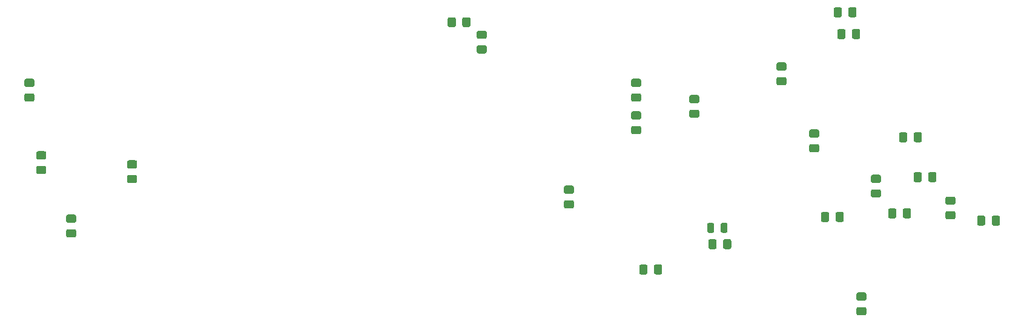
<source format=gbr>
%TF.GenerationSoftware,KiCad,Pcbnew,(5.1.6)-1*%
%TF.CreationDate,2021-01-03T21:45:46+05:30*%
%TF.ProjectId,supplyboard,73757070-6c79-4626-9f61-72642e6b6963,rev?*%
%TF.SameCoordinates,Original*%
%TF.FileFunction,Paste,Bot*%
%TF.FilePolarity,Positive*%
%FSLAX46Y46*%
G04 Gerber Fmt 4.6, Leading zero omitted, Abs format (unit mm)*
G04 Created by KiCad (PCBNEW (5.1.6)-1) date 2021-01-03 21:45:46*
%MOMM*%
%LPD*%
G01*
G04 APERTURE LIST*
G04 APERTURE END LIST*
%TO.C,R35*%
G36*
G01*
X157538000Y-84385999D02*
X157538000Y-85286001D01*
G75*
G02*
X157288001Y-85536000I-249999J0D01*
G01*
X156637999Y-85536000D01*
G75*
G02*
X156388000Y-85286001I0J249999D01*
G01*
X156388000Y-84385999D01*
G75*
G02*
X156637999Y-84136000I249999J0D01*
G01*
X157288001Y-84136000D01*
G75*
G02*
X157538000Y-84385999I0J-249999D01*
G01*
G37*
G36*
G01*
X159588000Y-84385999D02*
X159588000Y-85286001D01*
G75*
G02*
X159338001Y-85536000I-249999J0D01*
G01*
X158687999Y-85536000D01*
G75*
G02*
X158438000Y-85286001I0J249999D01*
G01*
X158438000Y-84385999D01*
G75*
G02*
X158687999Y-84136000I249999J0D01*
G01*
X159338001Y-84136000D01*
G75*
G02*
X159588000Y-84385999I0J-249999D01*
G01*
G37*
%TD*%
%TO.C,C9*%
G36*
G01*
X140413000Y-114750001D02*
X140413000Y-113849999D01*
G75*
G02*
X140662999Y-113600000I249999J0D01*
G01*
X141313001Y-113600000D01*
G75*
G02*
X141563000Y-113849999I0J-249999D01*
G01*
X141563000Y-114750001D01*
G75*
G02*
X141313001Y-115000000I-249999J0D01*
G01*
X140662999Y-115000000D01*
G75*
G02*
X140413000Y-114750001I0J249999D01*
G01*
G37*
G36*
G01*
X138363000Y-114750001D02*
X138363000Y-113849999D01*
G75*
G02*
X138612999Y-113600000I249999J0D01*
G01*
X139263001Y-113600000D01*
G75*
G02*
X139513000Y-113849999I0J-249999D01*
G01*
X139513000Y-114750001D01*
G75*
G02*
X139263001Y-115000000I-249999J0D01*
G01*
X138612999Y-115000000D01*
G75*
G02*
X138363000Y-114750001I0J249999D01*
G01*
G37*
%TD*%
%TO.C,R10*%
G36*
G01*
X129852000Y-117405999D02*
X129852000Y-118306001D01*
G75*
G02*
X129602001Y-118556000I-249999J0D01*
G01*
X128951999Y-118556000D01*
G75*
G02*
X128702000Y-118306001I0J249999D01*
G01*
X128702000Y-117405999D01*
G75*
G02*
X128951999Y-117156000I249999J0D01*
G01*
X129602001Y-117156000D01*
G75*
G02*
X129852000Y-117405999I0J-249999D01*
G01*
G37*
G36*
G01*
X131902000Y-117405999D02*
X131902000Y-118306001D01*
G75*
G02*
X131652001Y-118556000I-249999J0D01*
G01*
X131001999Y-118556000D01*
G75*
G02*
X130752000Y-118306001I0J249999D01*
G01*
X130752000Y-117405999D01*
G75*
G02*
X131001999Y-117156000I249999J0D01*
G01*
X131652001Y-117156000D01*
G75*
G02*
X131902000Y-117405999I0J-249999D01*
G01*
G37*
%TD*%
%TO.C,C7*%
G36*
G01*
X140071500Y-112470250D02*
X140071500Y-111557750D01*
G75*
G02*
X140315250Y-111314000I243750J0D01*
G01*
X140802750Y-111314000D01*
G75*
G02*
X141046500Y-111557750I0J-243750D01*
G01*
X141046500Y-112470250D01*
G75*
G02*
X140802750Y-112714000I-243750J0D01*
G01*
X140315250Y-112714000D01*
G75*
G02*
X140071500Y-112470250I0J243750D01*
G01*
G37*
G36*
G01*
X138196500Y-112470250D02*
X138196500Y-111557750D01*
G75*
G02*
X138440250Y-111314000I243750J0D01*
G01*
X138927750Y-111314000D01*
G75*
G02*
X139171500Y-111557750I0J-243750D01*
G01*
X139171500Y-112470250D01*
G75*
G02*
X138927750Y-112714000I-243750J0D01*
G01*
X138440250Y-112714000D01*
G75*
G02*
X138196500Y-112470250I0J243750D01*
G01*
G37*
%TD*%
%TO.C,R1*%
G36*
G01*
X128720001Y-92260000D02*
X127819999Y-92260000D01*
G75*
G02*
X127570000Y-92010001I0J249999D01*
G01*
X127570000Y-91359999D01*
G75*
G02*
X127819999Y-91110000I249999J0D01*
G01*
X128720001Y-91110000D01*
G75*
G02*
X128970000Y-91359999I0J-249999D01*
G01*
X128970000Y-92010001D01*
G75*
G02*
X128720001Y-92260000I-249999J0D01*
G01*
G37*
G36*
G01*
X128720001Y-94310000D02*
X127819999Y-94310000D01*
G75*
G02*
X127570000Y-94060001I0J249999D01*
G01*
X127570000Y-93409999D01*
G75*
G02*
X127819999Y-93160000I249999J0D01*
G01*
X128720001Y-93160000D01*
G75*
G02*
X128970000Y-93409999I0J-249999D01*
G01*
X128970000Y-94060001D01*
G75*
G02*
X128720001Y-94310000I-249999J0D01*
G01*
G37*
%TD*%
%TO.C,C15*%
G36*
G01*
X136848001Y-94537000D02*
X135947999Y-94537000D01*
G75*
G02*
X135698000Y-94287001I0J249999D01*
G01*
X135698000Y-93636999D01*
G75*
G02*
X135947999Y-93387000I249999J0D01*
G01*
X136848001Y-93387000D01*
G75*
G02*
X137098000Y-93636999I0J-249999D01*
G01*
X137098000Y-94287001D01*
G75*
G02*
X136848001Y-94537000I-249999J0D01*
G01*
G37*
G36*
G01*
X136848001Y-96587000D02*
X135947999Y-96587000D01*
G75*
G02*
X135698000Y-96337001I0J249999D01*
G01*
X135698000Y-95686999D01*
G75*
G02*
X135947999Y-95437000I249999J0D01*
G01*
X136848001Y-95437000D01*
G75*
G02*
X137098000Y-95686999I0J-249999D01*
G01*
X137098000Y-96337001D01*
G75*
G02*
X136848001Y-96587000I-249999J0D01*
G01*
G37*
%TD*%
%TO.C,C6*%
G36*
G01*
X44634999Y-103320000D02*
X45535001Y-103320000D01*
G75*
G02*
X45785000Y-103569999I0J-249999D01*
G01*
X45785000Y-104220001D01*
G75*
G02*
X45535001Y-104470000I-249999J0D01*
G01*
X44634999Y-104470000D01*
G75*
G02*
X44385000Y-104220001I0J249999D01*
G01*
X44385000Y-103569999D01*
G75*
G02*
X44634999Y-103320000I249999J0D01*
G01*
G37*
G36*
G01*
X44634999Y-101270000D02*
X45535001Y-101270000D01*
G75*
G02*
X45785000Y-101519999I0J-249999D01*
G01*
X45785000Y-102170001D01*
G75*
G02*
X45535001Y-102420000I-249999J0D01*
G01*
X44634999Y-102420000D01*
G75*
G02*
X44385000Y-102170001I0J249999D01*
G01*
X44385000Y-101519999D01*
G75*
G02*
X44634999Y-101270000I249999J0D01*
G01*
G37*
%TD*%
%TO.C,R7*%
G36*
G01*
X103955000Y-83635001D02*
X103955000Y-82734999D01*
G75*
G02*
X104204999Y-82485000I249999J0D01*
G01*
X104855001Y-82485000D01*
G75*
G02*
X105105000Y-82734999I0J-249999D01*
G01*
X105105000Y-83635001D01*
G75*
G02*
X104855001Y-83885000I-249999J0D01*
G01*
X104204999Y-83885000D01*
G75*
G02*
X103955000Y-83635001I0J249999D01*
G01*
G37*
G36*
G01*
X101905000Y-83635001D02*
X101905000Y-82734999D01*
G75*
G02*
X102154999Y-82485000I249999J0D01*
G01*
X102805001Y-82485000D01*
G75*
G02*
X103055000Y-82734999I0J-249999D01*
G01*
X103055000Y-83635001D01*
G75*
G02*
X102805001Y-83885000I-249999J0D01*
G01*
X102154999Y-83885000D01*
G75*
G02*
X101905000Y-83635001I0J249999D01*
G01*
G37*
%TD*%
%TO.C,R8*%
G36*
G01*
X49726001Y-111310000D02*
X48825999Y-111310000D01*
G75*
G02*
X48576000Y-111060001I0J249999D01*
G01*
X48576000Y-110409999D01*
G75*
G02*
X48825999Y-110160000I249999J0D01*
G01*
X49726001Y-110160000D01*
G75*
G02*
X49976000Y-110409999I0J-249999D01*
G01*
X49976000Y-111060001D01*
G75*
G02*
X49726001Y-111310000I-249999J0D01*
G01*
G37*
G36*
G01*
X49726001Y-113360000D02*
X48825999Y-113360000D01*
G75*
G02*
X48576000Y-113110001I0J249999D01*
G01*
X48576000Y-112459999D01*
G75*
G02*
X48825999Y-112210000I249999J0D01*
G01*
X49726001Y-112210000D01*
G75*
G02*
X49976000Y-112459999I0J-249999D01*
G01*
X49976000Y-113110001D01*
G75*
G02*
X49726001Y-113360000I-249999J0D01*
G01*
G37*
%TD*%
%TO.C,R15*%
G36*
G01*
X119322001Y-107246000D02*
X118421999Y-107246000D01*
G75*
G02*
X118172000Y-106996001I0J249999D01*
G01*
X118172000Y-106345999D01*
G75*
G02*
X118421999Y-106096000I249999J0D01*
G01*
X119322001Y-106096000D01*
G75*
G02*
X119572000Y-106345999I0J-249999D01*
G01*
X119572000Y-106996001D01*
G75*
G02*
X119322001Y-107246000I-249999J0D01*
G01*
G37*
G36*
G01*
X119322001Y-109296000D02*
X118421999Y-109296000D01*
G75*
G02*
X118172000Y-109046001I0J249999D01*
G01*
X118172000Y-108395999D01*
G75*
G02*
X118421999Y-108146000I249999J0D01*
G01*
X119322001Y-108146000D01*
G75*
G02*
X119572000Y-108395999I0J-249999D01*
G01*
X119572000Y-109046001D01*
G75*
G02*
X119322001Y-109296000I-249999J0D01*
G01*
G37*
%TD*%
%TO.C,R11*%
G36*
G01*
X165550000Y-110432001D02*
X165550000Y-109531999D01*
G75*
G02*
X165799999Y-109282000I249999J0D01*
G01*
X166450001Y-109282000D01*
G75*
G02*
X166700000Y-109531999I0J-249999D01*
G01*
X166700000Y-110432001D01*
G75*
G02*
X166450001Y-110682000I-249999J0D01*
G01*
X165799999Y-110682000D01*
G75*
G02*
X165550000Y-110432001I0J249999D01*
G01*
G37*
G36*
G01*
X163500000Y-110432001D02*
X163500000Y-109531999D01*
G75*
G02*
X163749999Y-109282000I249999J0D01*
G01*
X164400001Y-109282000D01*
G75*
G02*
X164650000Y-109531999I0J-249999D01*
G01*
X164650000Y-110432001D01*
G75*
G02*
X164400001Y-110682000I-249999J0D01*
G01*
X163749999Y-110682000D01*
G75*
G02*
X163500000Y-110432001I0J249999D01*
G01*
G37*
%TD*%
%TO.C,R13*%
G36*
G01*
X57334999Y-104590000D02*
X58235001Y-104590000D01*
G75*
G02*
X58485000Y-104839999I0J-249999D01*
G01*
X58485000Y-105490001D01*
G75*
G02*
X58235001Y-105740000I-249999J0D01*
G01*
X57334999Y-105740000D01*
G75*
G02*
X57085000Y-105490001I0J249999D01*
G01*
X57085000Y-104839999D01*
G75*
G02*
X57334999Y-104590000I249999J0D01*
G01*
G37*
G36*
G01*
X57334999Y-102540000D02*
X58235001Y-102540000D01*
G75*
G02*
X58485000Y-102789999I0J-249999D01*
G01*
X58485000Y-103440001D01*
G75*
G02*
X58235001Y-103690000I-249999J0D01*
G01*
X57334999Y-103690000D01*
G75*
G02*
X57085000Y-103440001I0J249999D01*
G01*
X57085000Y-102789999D01*
G75*
G02*
X57334999Y-102540000I249999J0D01*
G01*
G37*
%TD*%
%TO.C,R32*%
G36*
G01*
X156152000Y-110940001D02*
X156152000Y-110039999D01*
G75*
G02*
X156401999Y-109790000I249999J0D01*
G01*
X157052001Y-109790000D01*
G75*
G02*
X157302000Y-110039999I0J-249999D01*
G01*
X157302000Y-110940001D01*
G75*
G02*
X157052001Y-111190000I-249999J0D01*
G01*
X156401999Y-111190000D01*
G75*
G02*
X156152000Y-110940001I0J249999D01*
G01*
G37*
G36*
G01*
X154102000Y-110940001D02*
X154102000Y-110039999D01*
G75*
G02*
X154351999Y-109790000I249999J0D01*
G01*
X155002001Y-109790000D01*
G75*
G02*
X155252000Y-110039999I0J-249999D01*
G01*
X155252000Y-110940001D01*
G75*
G02*
X155002001Y-111190000I-249999J0D01*
G01*
X154351999Y-111190000D01*
G75*
G02*
X154102000Y-110940001I0J249999D01*
G01*
G37*
%TD*%
%TO.C,R33*%
G36*
G01*
X152711999Y-100272000D02*
X153612001Y-100272000D01*
G75*
G02*
X153862000Y-100521999I0J-249999D01*
G01*
X153862000Y-101172001D01*
G75*
G02*
X153612001Y-101422000I-249999J0D01*
G01*
X152711999Y-101422000D01*
G75*
G02*
X152462000Y-101172001I0J249999D01*
G01*
X152462000Y-100521999D01*
G75*
G02*
X152711999Y-100272000I249999J0D01*
G01*
G37*
G36*
G01*
X152711999Y-98222000D02*
X153612001Y-98222000D01*
G75*
G02*
X153862000Y-98471999I0J-249999D01*
G01*
X153862000Y-99122001D01*
G75*
G02*
X153612001Y-99372000I-249999J0D01*
G01*
X152711999Y-99372000D01*
G75*
G02*
X152462000Y-99122001I0J249999D01*
G01*
X152462000Y-98471999D01*
G75*
G02*
X152711999Y-98222000I249999J0D01*
G01*
G37*
%TD*%
%TO.C,R37*%
G36*
G01*
X167074000Y-99764001D02*
X167074000Y-98863999D01*
G75*
G02*
X167323999Y-98614000I249999J0D01*
G01*
X167974001Y-98614000D01*
G75*
G02*
X168224000Y-98863999I0J-249999D01*
G01*
X168224000Y-99764001D01*
G75*
G02*
X167974001Y-100014000I-249999J0D01*
G01*
X167323999Y-100014000D01*
G75*
G02*
X167074000Y-99764001I0J249999D01*
G01*
G37*
G36*
G01*
X165024000Y-99764001D02*
X165024000Y-98863999D01*
G75*
G02*
X165273999Y-98614000I249999J0D01*
G01*
X165924001Y-98614000D01*
G75*
G02*
X166174000Y-98863999I0J-249999D01*
G01*
X166174000Y-99764001D01*
G75*
G02*
X165924001Y-100014000I-249999J0D01*
G01*
X165273999Y-100014000D01*
G75*
G02*
X165024000Y-99764001I0J249999D01*
G01*
G37*
%TD*%
%TO.C,R38*%
G36*
G01*
X171761999Y-109679000D02*
X172662001Y-109679000D01*
G75*
G02*
X172912000Y-109928999I0J-249999D01*
G01*
X172912000Y-110579001D01*
G75*
G02*
X172662001Y-110829000I-249999J0D01*
G01*
X171761999Y-110829000D01*
G75*
G02*
X171512000Y-110579001I0J249999D01*
G01*
X171512000Y-109928999D01*
G75*
G02*
X171761999Y-109679000I249999J0D01*
G01*
G37*
G36*
G01*
X171761999Y-107629000D02*
X172662001Y-107629000D01*
G75*
G02*
X172912000Y-107878999I0J-249999D01*
G01*
X172912000Y-108529001D01*
G75*
G02*
X172662001Y-108779000I-249999J0D01*
G01*
X171761999Y-108779000D01*
G75*
G02*
X171512000Y-108529001I0J249999D01*
G01*
X171512000Y-107878999D01*
G75*
G02*
X171761999Y-107629000I249999J0D01*
G01*
G37*
%TD*%
%TO.C,R39*%
G36*
G01*
X169106000Y-105352001D02*
X169106000Y-104451999D01*
G75*
G02*
X169355999Y-104202000I249999J0D01*
G01*
X170006001Y-104202000D01*
G75*
G02*
X170256000Y-104451999I0J-249999D01*
G01*
X170256000Y-105352001D01*
G75*
G02*
X170006001Y-105602000I-249999J0D01*
G01*
X169355999Y-105602000D01*
G75*
G02*
X169106000Y-105352001I0J249999D01*
G01*
G37*
G36*
G01*
X167056000Y-105352001D02*
X167056000Y-104451999D01*
G75*
G02*
X167305999Y-104202000I249999J0D01*
G01*
X167956001Y-104202000D01*
G75*
G02*
X168206000Y-104451999I0J-249999D01*
G01*
X168206000Y-105352001D01*
G75*
G02*
X167956001Y-105602000I-249999J0D01*
G01*
X167305999Y-105602000D01*
G75*
G02*
X167056000Y-105352001I0J249999D01*
G01*
G37*
%TD*%
%TO.C,R40*%
G36*
G01*
X159315999Y-123132000D02*
X160216001Y-123132000D01*
G75*
G02*
X160466000Y-123381999I0J-249999D01*
G01*
X160466000Y-124032001D01*
G75*
G02*
X160216001Y-124282000I-249999J0D01*
G01*
X159315999Y-124282000D01*
G75*
G02*
X159066000Y-124032001I0J249999D01*
G01*
X159066000Y-123381999D01*
G75*
G02*
X159315999Y-123132000I249999J0D01*
G01*
G37*
G36*
G01*
X159315999Y-121082000D02*
X160216001Y-121082000D01*
G75*
G02*
X160466000Y-121331999I0J-249999D01*
G01*
X160466000Y-121982001D01*
G75*
G02*
X160216001Y-122232000I-249999J0D01*
G01*
X159315999Y-122232000D01*
G75*
G02*
X159066000Y-121982001I0J249999D01*
G01*
X159066000Y-121331999D01*
G75*
G02*
X159315999Y-121082000I249999J0D01*
G01*
G37*
%TD*%
%TO.C,R41*%
G36*
G01*
X177087000Y-110547999D02*
X177087000Y-111448001D01*
G75*
G02*
X176837001Y-111698000I-249999J0D01*
G01*
X176186999Y-111698000D01*
G75*
G02*
X175937000Y-111448001I0J249999D01*
G01*
X175937000Y-110547999D01*
G75*
G02*
X176186999Y-110298000I249999J0D01*
G01*
X176837001Y-110298000D01*
G75*
G02*
X177087000Y-110547999I0J-249999D01*
G01*
G37*
G36*
G01*
X179137000Y-110547999D02*
X179137000Y-111448001D01*
G75*
G02*
X178887001Y-111698000I-249999J0D01*
G01*
X178236999Y-111698000D01*
G75*
G02*
X177987000Y-111448001I0J249999D01*
G01*
X177987000Y-110547999D01*
G75*
G02*
X178236999Y-110298000I249999J0D01*
G01*
X178887001Y-110298000D01*
G75*
G02*
X179137000Y-110547999I0J-249999D01*
G01*
G37*
%TD*%
%TO.C,R44*%
G36*
G01*
X149040001Y-89974000D02*
X148139999Y-89974000D01*
G75*
G02*
X147890000Y-89724001I0J249999D01*
G01*
X147890000Y-89073999D01*
G75*
G02*
X148139999Y-88824000I249999J0D01*
G01*
X149040001Y-88824000D01*
G75*
G02*
X149290000Y-89073999I0J-249999D01*
G01*
X149290000Y-89724001D01*
G75*
G02*
X149040001Y-89974000I-249999J0D01*
G01*
G37*
G36*
G01*
X149040001Y-92024000D02*
X148139999Y-92024000D01*
G75*
G02*
X147890000Y-91774001I0J249999D01*
G01*
X147890000Y-91123999D01*
G75*
G02*
X148139999Y-90874000I249999J0D01*
G01*
X149040001Y-90874000D01*
G75*
G02*
X149290000Y-91123999I0J-249999D01*
G01*
X149290000Y-91774001D01*
G75*
G02*
X149040001Y-92024000I-249999J0D01*
G01*
G37*
%TD*%
%TO.C,R48*%
G36*
G01*
X161347999Y-106613000D02*
X162248001Y-106613000D01*
G75*
G02*
X162498000Y-106862999I0J-249999D01*
G01*
X162498000Y-107513001D01*
G75*
G02*
X162248001Y-107763000I-249999J0D01*
G01*
X161347999Y-107763000D01*
G75*
G02*
X161098000Y-107513001I0J249999D01*
G01*
X161098000Y-106862999D01*
G75*
G02*
X161347999Y-106613000I249999J0D01*
G01*
G37*
G36*
G01*
X161347999Y-104563000D02*
X162248001Y-104563000D01*
G75*
G02*
X162498000Y-104812999I0J-249999D01*
G01*
X162498000Y-105463001D01*
G75*
G02*
X162248001Y-105713000I-249999J0D01*
G01*
X161347999Y-105713000D01*
G75*
G02*
X161098000Y-105463001I0J249999D01*
G01*
X161098000Y-104812999D01*
G75*
G02*
X161347999Y-104563000I249999J0D01*
G01*
G37*
%TD*%
%TO.C,R49*%
G36*
G01*
X157930000Y-82238001D02*
X157930000Y-81337999D01*
G75*
G02*
X158179999Y-81088000I249999J0D01*
G01*
X158830001Y-81088000D01*
G75*
G02*
X159080000Y-81337999I0J-249999D01*
G01*
X159080000Y-82238001D01*
G75*
G02*
X158830001Y-82488000I-249999J0D01*
G01*
X158179999Y-82488000D01*
G75*
G02*
X157930000Y-82238001I0J249999D01*
G01*
G37*
G36*
G01*
X155880000Y-82238001D02*
X155880000Y-81337999D01*
G75*
G02*
X156129999Y-81088000I249999J0D01*
G01*
X156780001Y-81088000D01*
G75*
G02*
X157030000Y-81337999I0J-249999D01*
G01*
X157030000Y-82238001D01*
G75*
G02*
X156780001Y-82488000I-249999J0D01*
G01*
X156129999Y-82488000D01*
G75*
G02*
X155880000Y-82238001I0J249999D01*
G01*
G37*
%TD*%
%TO.C,C11*%
G36*
G01*
X107130001Y-87570000D02*
X106229999Y-87570000D01*
G75*
G02*
X105980000Y-87320001I0J249999D01*
G01*
X105980000Y-86669999D01*
G75*
G02*
X106229999Y-86420000I249999J0D01*
G01*
X107130001Y-86420000D01*
G75*
G02*
X107380000Y-86669999I0J-249999D01*
G01*
X107380000Y-87320001D01*
G75*
G02*
X107130001Y-87570000I-249999J0D01*
G01*
G37*
G36*
G01*
X107130001Y-85520000D02*
X106229999Y-85520000D01*
G75*
G02*
X105980000Y-85270001I0J249999D01*
G01*
X105980000Y-84619999D01*
G75*
G02*
X106229999Y-84370000I249999J0D01*
G01*
X107130001Y-84370000D01*
G75*
G02*
X107380000Y-84619999I0J-249999D01*
G01*
X107380000Y-85270001D01*
G75*
G02*
X107130001Y-85520000I-249999J0D01*
G01*
G37*
%TD*%
%TO.C,C14*%
G36*
G01*
X127819999Y-95682000D02*
X128720001Y-95682000D01*
G75*
G02*
X128970000Y-95931999I0J-249999D01*
G01*
X128970000Y-96582001D01*
G75*
G02*
X128720001Y-96832000I-249999J0D01*
G01*
X127819999Y-96832000D01*
G75*
G02*
X127570000Y-96582001I0J249999D01*
G01*
X127570000Y-95931999D01*
G75*
G02*
X127819999Y-95682000I249999J0D01*
G01*
G37*
G36*
G01*
X127819999Y-97732000D02*
X128720001Y-97732000D01*
G75*
G02*
X128970000Y-97981999I0J-249999D01*
G01*
X128970000Y-98632001D01*
G75*
G02*
X128720001Y-98882000I-249999J0D01*
G01*
X127819999Y-98882000D01*
G75*
G02*
X127570000Y-98632001I0J249999D01*
G01*
X127570000Y-97981999D01*
G75*
G02*
X127819999Y-97732000I249999J0D01*
G01*
G37*
%TD*%
%TO.C,C17*%
G36*
G01*
X43884001Y-92260000D02*
X42983999Y-92260000D01*
G75*
G02*
X42734000Y-92010001I0J249999D01*
G01*
X42734000Y-91359999D01*
G75*
G02*
X42983999Y-91110000I249999J0D01*
G01*
X43884001Y-91110000D01*
G75*
G02*
X44134000Y-91359999I0J-249999D01*
G01*
X44134000Y-92010001D01*
G75*
G02*
X43884001Y-92260000I-249999J0D01*
G01*
G37*
G36*
G01*
X43884001Y-94310000D02*
X42983999Y-94310000D01*
G75*
G02*
X42734000Y-94060001I0J249999D01*
G01*
X42734000Y-93409999D01*
G75*
G02*
X42983999Y-93160000I249999J0D01*
G01*
X43884001Y-93160000D01*
G75*
G02*
X44134000Y-93409999I0J-249999D01*
G01*
X44134000Y-94060001D01*
G75*
G02*
X43884001Y-94310000I-249999J0D01*
G01*
G37*
%TD*%
M02*

</source>
